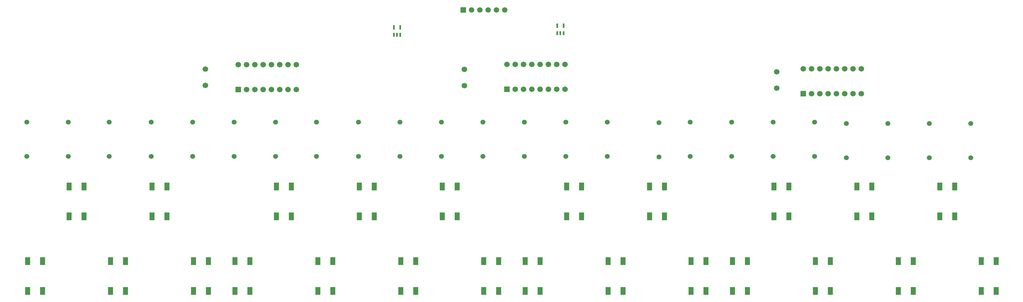
<source format=gts>
G04 Layer: TopSolderMaskLayer*
G04 EasyEDA v6.5.40, 2024-07-25 19:00:12*
G04 cb6e2e9fbd21486d88ae5690d2d3dc00,10*
G04 Gerber Generator version 0.2*
G04 Scale: 100 percent, Rotated: No, Reflected: No *
G04 Dimensions in millimeters *
G04 leading zeros omitted , absolute positions ,4 integer and 5 decimal *
%FSLAX45Y45*%
%MOMM*%

%AMMACRO1*1,1,$1,$2,$3*1,1,$1,$4,$5*1,1,$1,0-$2,0-$3*1,1,$1,0-$4,0-$5*20,1,$1,$2,$3,$4,$5,0*20,1,$1,$4,$5,0-$2,0-$3,0*20,1,$1,0-$2,0-$3,0-$4,0-$5,0*20,1,$1,0-$4,0-$5,$2,$3,0*4,1,4,$2,$3,$4,$5,0-$2,0-$3,0-$4,0-$5,$2,$3,0*%
%ADD10C,1.7000*%
%ADD11MACRO1,0.1016X-0.245X0.5785X0.245X0.5785*%
%ADD12MACRO1,0.1016X-0.245X0.5875X0.245X0.5875*%
%ADD13C,1.6764*%
%ADD14MACRO1,0.1016X-0.7874X0.7874X0.7874X0.7874*%
%ADD15MACRO1,0.1016X0.75X1.15X0.75X-1.15*%
%ADD16C,1.7016*%
%ADD17R,1.7016X1.7016*%
%ADD18C,1.5016*%

%LPD*%
D10*
G01*
X5981700Y4322013D03*
G01*
X5981700Y4822012D03*
G01*
X13914958Y4309313D03*
G01*
X13914958Y4809312D03*
D11*
G01*
X16757903Y5917133D03*
G01*
X16852900Y5917133D03*
G01*
X16947896Y5917133D03*
D12*
G01*
X16947896Y6147866D03*
G01*
X16757903Y6147866D03*
D11*
G01*
X11754103Y5866333D03*
G01*
X11849100Y5866333D03*
G01*
X11944096Y5866333D03*
D12*
G01*
X11944096Y6097066D03*
G01*
X11754103Y6097066D03*
D13*
G01*
X15151100Y6629400D03*
G01*
X14897100Y6629400D03*
G01*
X14643100Y6629400D03*
G01*
X14389100Y6629400D03*
G01*
X14135100Y6629400D03*
D14*
G01*
X13881100Y6629400D03*
D15*
G01*
X9877005Y-1069009D03*
G01*
X9876980Y-1978990D03*
G01*
X9426994Y-1069009D03*
G01*
X9426994Y-1978990D03*
G01*
X11147005Y1216990D03*
G01*
X11146980Y307009D03*
G01*
X10696994Y1216990D03*
G01*
X10696994Y307009D03*
G01*
X12417005Y-1069009D03*
G01*
X12416980Y-1978990D03*
G01*
X11966994Y-1069009D03*
G01*
X11966994Y-1978990D03*
G01*
X13687005Y1216990D03*
G01*
X13686980Y307009D03*
G01*
X13236994Y1216990D03*
G01*
X13236994Y307009D03*
G01*
X14957005Y-1069009D03*
G01*
X14956980Y-1978990D03*
G01*
X14506994Y-1069009D03*
G01*
X14506994Y-1978990D03*
G01*
X16227005Y-1069009D03*
G01*
X16226980Y-1978990D03*
G01*
X15776994Y-1069009D03*
G01*
X15776994Y-1978990D03*
G01*
X17497005Y1216990D03*
G01*
X17496980Y307009D03*
G01*
X17046994Y1216990D03*
G01*
X17046994Y307009D03*
G01*
X18767005Y-1069009D03*
G01*
X18766980Y-1978990D03*
G01*
X18316994Y-1069009D03*
G01*
X18316994Y-1978990D03*
G01*
X20037005Y1216990D03*
G01*
X20036980Y307009D03*
G01*
X19586994Y1216990D03*
G01*
X19586994Y307009D03*
G01*
X21307005Y-1069009D03*
G01*
X21306980Y-1978990D03*
G01*
X20856994Y-1069009D03*
G01*
X20856994Y-1978990D03*
G01*
X22577005Y-1069009D03*
G01*
X22576980Y-1978990D03*
G01*
X22126994Y-1069009D03*
G01*
X22126994Y-1978990D03*
G01*
X23847005Y1216990D03*
G01*
X23846980Y307009D03*
G01*
X23396994Y1216990D03*
G01*
X23396994Y307009D03*
G01*
X25117005Y-1069009D03*
G01*
X25116980Y-1978990D03*
G01*
X24666994Y-1069009D03*
G01*
X24666994Y-1978990D03*
G01*
X26387005Y1216990D03*
G01*
X26386980Y307009D03*
G01*
X25936994Y1216990D03*
G01*
X25936994Y307009D03*
G01*
X27657005Y-1069009D03*
G01*
X27656980Y-1978990D03*
G01*
X27206994Y-1069009D03*
G01*
X27206994Y-1978990D03*
G01*
X28927005Y1216990D03*
G01*
X28926980Y307009D03*
G01*
X28476994Y1216990D03*
G01*
X28476994Y307009D03*
G01*
X30197005Y-1069009D03*
G01*
X30196980Y-1978990D03*
G01*
X29746994Y-1069009D03*
G01*
X29746994Y-1978990D03*
G01*
X987005Y-1069009D03*
G01*
X986980Y-1978990D03*
G01*
X536994Y-1069009D03*
G01*
X536994Y-1978990D03*
G01*
X2257005Y1216990D03*
G01*
X2256980Y307009D03*
G01*
X1806994Y1216990D03*
G01*
X1806994Y307009D03*
G01*
X3527005Y-1069009D03*
G01*
X3526980Y-1978990D03*
G01*
X3076994Y-1069009D03*
G01*
X3076994Y-1978990D03*
G01*
X4797005Y1216990D03*
G01*
X4796980Y307009D03*
G01*
X4346994Y1216990D03*
G01*
X4346994Y307009D03*
G01*
X6067005Y-1069009D03*
G01*
X6066980Y-1978990D03*
G01*
X5616994Y-1069009D03*
G01*
X5616994Y-1978990D03*
G01*
X7337005Y-1069009D03*
G01*
X7336980Y-1978990D03*
G01*
X6886994Y-1069009D03*
G01*
X6886994Y-1978990D03*
G01*
X8607005Y1216990D03*
G01*
X8606980Y307009D03*
G01*
X8156994Y1216990D03*
G01*
X8156994Y307009D03*
D10*
G01*
X23482300Y4233113D03*
G01*
X23482300Y4733112D03*
D16*
G01*
X6985000Y4953000D03*
G01*
X7239000Y4953000D03*
G01*
X7493000Y4953000D03*
G01*
X7747000Y4953000D03*
G01*
X8001000Y4953000D03*
G01*
X8255000Y4953000D03*
G01*
X8509000Y4953000D03*
G01*
X8763000Y4953000D03*
G01*
X8763000Y4191000D03*
G01*
X8509000Y4191000D03*
G01*
X8255000Y4191000D03*
G01*
X8001000Y4191000D03*
G01*
X7747000Y4191000D03*
G01*
X7493000Y4191000D03*
G01*
X7239000Y4191000D03*
D17*
G01*
X6985000Y4191000D03*
D16*
G01*
X15214600Y4965700D03*
G01*
X15468600Y4965700D03*
G01*
X15722600Y4965700D03*
G01*
X15976600Y4965700D03*
G01*
X16230600Y4965700D03*
G01*
X16484600Y4965700D03*
G01*
X16738600Y4965700D03*
G01*
X16992600Y4965700D03*
G01*
X16992600Y4203700D03*
G01*
X16738600Y4203700D03*
G01*
X16484600Y4203700D03*
G01*
X16230600Y4203700D03*
G01*
X15976600Y4203700D03*
G01*
X15722600Y4203700D03*
G01*
X15468600Y4203700D03*
D17*
G01*
X15214600Y4203700D03*
D16*
G01*
X24295100Y4826000D03*
G01*
X24549100Y4826000D03*
G01*
X24803100Y4826000D03*
G01*
X25057100Y4826000D03*
G01*
X25311100Y4826000D03*
G01*
X25565100Y4826000D03*
G01*
X25819100Y4826000D03*
G01*
X26073100Y4826000D03*
G01*
X26073100Y4064000D03*
G01*
X25819100Y4064000D03*
G01*
X25565100Y4064000D03*
G01*
X25311100Y4064000D03*
G01*
X25057100Y4064000D03*
G01*
X24803100Y4064000D03*
G01*
X24549100Y4064000D03*
D17*
G01*
X24295100Y4064000D03*
D18*
G01*
X10668000Y3191997D03*
G01*
X10668000Y2142012D03*
G01*
X11938000Y3191997D03*
G01*
X11938000Y2142012D03*
G01*
X13208000Y3191997D03*
G01*
X13208000Y2142012D03*
G01*
X14478000Y3191997D03*
G01*
X14478000Y2142012D03*
G01*
X15748000Y3191997D03*
G01*
X15748000Y2142012D03*
G01*
X17018000Y3191997D03*
G01*
X17018000Y2142012D03*
G01*
X18288000Y3191997D03*
G01*
X18288000Y2142012D03*
G01*
X19875500Y3179297D03*
G01*
X19875500Y2129312D03*
G01*
X20828000Y3191992D03*
G01*
X20828000Y2142007D03*
G01*
X22098000Y3191992D03*
G01*
X22098000Y2142007D03*
G01*
X23368000Y3191992D03*
G01*
X23368000Y2142007D03*
G01*
X24638000Y3191992D03*
G01*
X24638000Y2142007D03*
G01*
X25615900Y3153892D03*
G01*
X25615900Y2103907D03*
G01*
X29425900Y3153892D03*
G01*
X29425900Y2103907D03*
G01*
X28155900Y3153892D03*
G01*
X28155900Y2103907D03*
G01*
X26885900Y3153892D03*
G01*
X26885900Y2103907D03*
G01*
X8128000Y2142007D03*
G01*
X8128000Y3191992D03*
G01*
X6858000Y2142007D03*
G01*
X6858000Y3191992D03*
G01*
X5588000Y2142007D03*
G01*
X5588000Y3191992D03*
G01*
X4318000Y2142007D03*
G01*
X4318000Y3191992D03*
G01*
X3035300Y2142007D03*
G01*
X3035300Y3191992D03*
G01*
X1778000Y2142007D03*
G01*
X1778000Y3191992D03*
G01*
X508000Y2142007D03*
G01*
X508000Y3191992D03*
G01*
X9385300Y2142007D03*
G01*
X9385300Y3191992D03*
M02*

</source>
